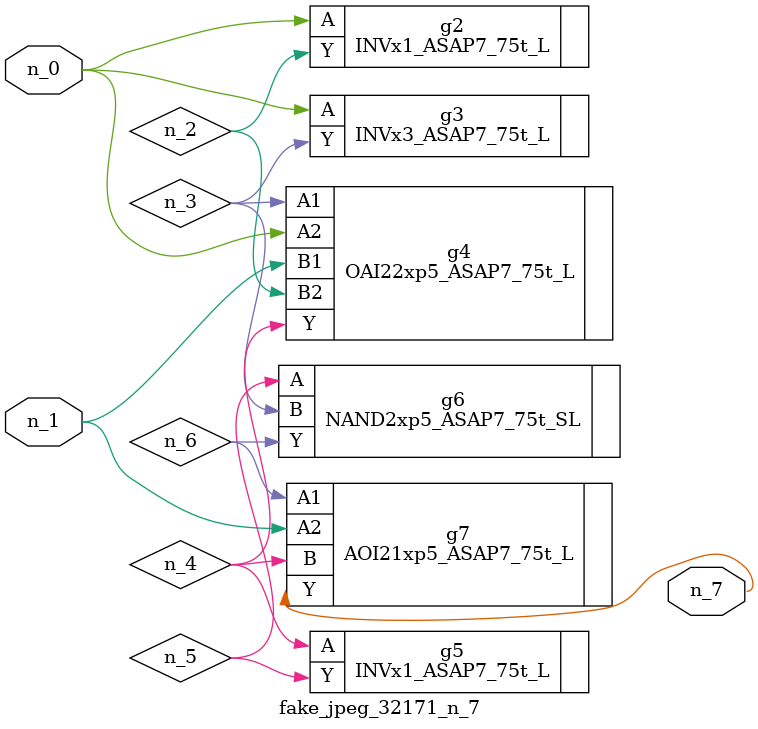
<source format=v>
module fake_jpeg_32171_n_7 (n_0, n_1, n_7);

input n_0;
input n_1;

output n_7;

wire n_2;
wire n_3;
wire n_4;
wire n_6;
wire n_5;

INVx1_ASAP7_75t_L g2 ( 
.A(n_0),
.Y(n_2)
);

INVx3_ASAP7_75t_L g3 ( 
.A(n_0),
.Y(n_3)
);

OAI22xp5_ASAP7_75t_L g4 ( 
.A1(n_3),
.A2(n_0),
.B1(n_1),
.B2(n_2),
.Y(n_4)
);

INVx1_ASAP7_75t_L g5 ( 
.A(n_4),
.Y(n_5)
);

NAND2xp5_ASAP7_75t_SL g6 ( 
.A(n_5),
.B(n_3),
.Y(n_6)
);

AOI21xp5_ASAP7_75t_L g7 ( 
.A1(n_6),
.A2(n_1),
.B(n_4),
.Y(n_7)
);


endmodule
</source>
